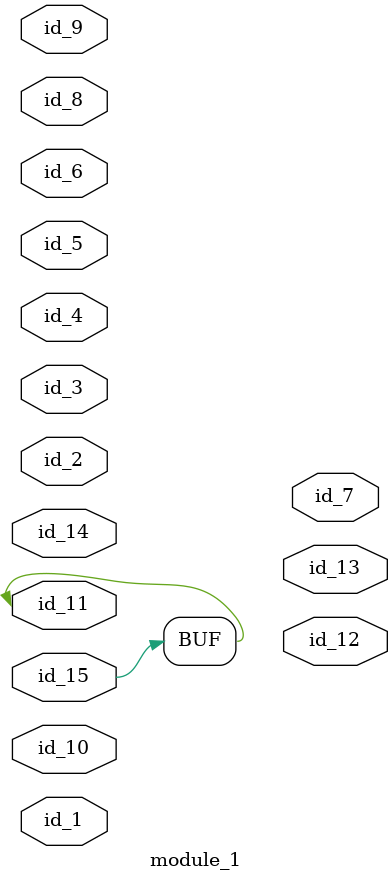
<source format=v>
module module_0;
  wire id_1;
  assign id_1 = 1;
  wire id_2;
endmodule
module module_1 (
    id_1,
    id_2,
    id_3,
    id_4,
    id_5,
    id_6,
    id_7,
    id_8,
    id_9,
    id_10,
    id_11,
    id_12,
    id_13,
    id_14,
    id_15
);
  input wire id_15;
  input wire id_14;
  output wire id_13;
  output wire id_12;
  inout wire id_11;
  input wire id_10;
  input wire id_9;
  inout wire id_8;
  output wire id_7;
  input wire id_6;
  input wire id_5;
  input wire id_4;
  input wire id_3;
  inout wire id_2;
  inout wire id_1;
  assign id_11[1==1'b0] = id_15;
  module_0 modCall_1 ();
endmodule

</source>
